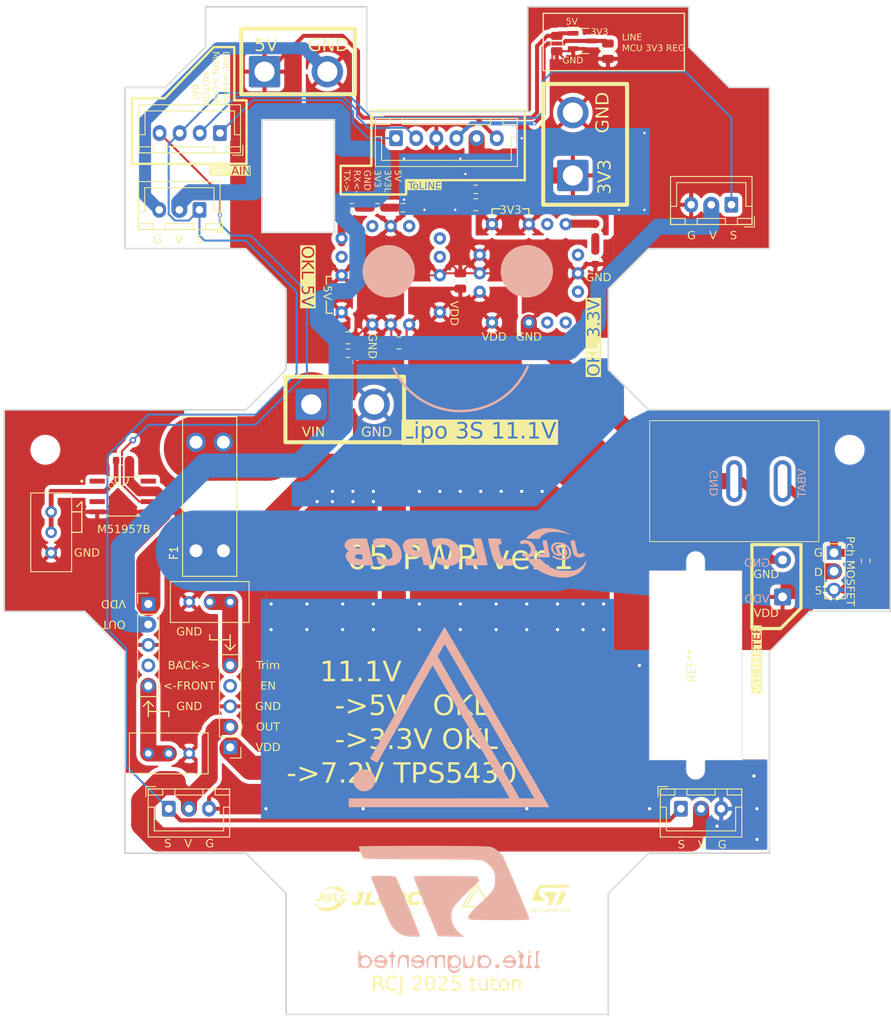
<source format=kicad_pcb>
(kicad_pcb (version 20221018) (generator pcbnew)
  (layers (0 "F.Cu" signal) (31 "B.Cu" signal) (34 "B.Paste" user) (35 "F.Paste" user) (36 "B.SilkS" user "B.Silkscreen") (37 "F.SilkS" user "F.Silkscreen") (38 "B.Mask" user) (39 "F.Mask" user) (44 "Edge.Cuts" user))
  (net 0 "")
  (net 1 "+5V")
  (net 2 "GND")
  (net 3 "+3V3")
  (net 4 "Net-(J1-Pin_1)")
  (net 5 "Net-(J3-Pin_2)")
  (net 6 "Net-(J5-Pin_2)")
  (net 7 "3V3_LED")
  (net 8 "Net-(Q1-G)")
  (net 9 "Net-(Q1-S)")
  (net 10 "Net-(U3-Trim)")
  (net 11 "Net-(R1-Pad2)")
  (net 12 "Net-(R2-Pad2)")
  (net 13 "Net-(U4-Trim)")
  (net 14 "Motor_SIG")
  (net 15 "Net-(R5-Pad2)")
  (net 16 "Net-(U5-IN)")
  (net 17 "Net-(U1-Trim)")
  (net 18 "Net-(U2-Trim)")
  (net 20 "VDD")
  (net 32 "UART3_TX")
  (net 33 "UART3_RX")
  (net 34 "Battery_obs")
  (footprint "MountingHole:MountingHole_3.2mm_M3" (layer "F.Cu") (at 276.305 78.66)
    (fp_text reference "REF**" hide)
    (fp_text value "MountingHole_3.2mm_M3" hide)
  )
  (footprint "Capacitor_SMD:C_0805_2012Metric" (layer "F.Cu") (at 239.93875 28.26 -90)
    (fp_text reference "C5" hide)
    (fp_text value "1u" hide)
  )
  (footprint "Capacitor_SMD:C_0805_2012Metric" (layer "F.Cu") (at 213.995 64.77)
    (fp_text reference "C2" hide)
    (fp_text value "10uF" hide)
  )
  (footprint "Potentiometer_THT:Potentiometer_Bourns_3296W_Vertical" (layer "F.Cu") (at 189.23 116.332 180)
    (fp_text reference "RV1" hide)
    (fp_text value "R_Trim")
  )
  (footprint "Connector_Wire:SolderWire-2sqmm_1x02_P7.8mm_D2mm_OD3.9mm" (layer "F.Cu") (at 209.46 73.025)
    (fp_text reference "J1" hide)
    (fp_text value "Battery")
  )
  (footprint "Connector_PinHeader_2.54mm:PinHeader_1x05_P2.54mm_Vertical" (layer "F.Cu") (at 189.23 97.79)
    (fp_text reference "U1" hide)
    (fp_text value "~")
  )
  (footprint "logo:jlcpcb_logo" (layer "F.Cu") (at 217.424 134.366)
    (fp_text reference "G***" hide)
    (fp_text value "LOGO" hide)
  )
  (footprint "logo:st_logo" (layer "F.Cu") (at 239.014 134.366)
    (fp_text reference "G***" hide)
    (fp_text value "LOGO" hide)
  )
  (footprint "Connector_PinHeader_2.54mm:PinHeader_1x05_P2.54mm_Vertical" (layer "F.Cu") (at 199.39 115.57 180)
    (fp_text reference "U2" hide)
    (fp_text value "~")
  )
  (footprint "Connector_JST:JST_XH_B3B-XH-A_1x03_P2.50mm_Vertical" (layer "F.Cu") (at 255.35 123.19)
    (fp_text reference "J6" hide)
    (fp_text value "STS3032" hide)
  )
  (footprint "MountingHole:MountingHole_3.2mm_M3" (layer "F.Cu") (at 241.38 143.59)
    (fp_text reference "REF**" hide)
    (fp_text value "MountingHole_3.2mm_M3" hide)
  )
  (footprint "Connector_JST:JST_XH_B6B-XH-A_1x06_P2.50mm_Vertical" (layer "F.Cu") (at 219.985 40.005)
    (fp_text reference "J7" hide)
    (fp_text value "ToLINE" hide)
  )
  (footprint "Connector_Wire:SolderWire-2sqmm_1x02_P7.8mm_D2mm_OD3.9mm" (layer "F.Cu") (at 241.935 44.63 90)
    (fp_text reference "J9" hide)
    (fp_text value "3V3 ToMAIN" hide)
  )
  (footprint "Connector_JST:JST_XH_B4B-XH-A_1x04_P2.50mm_Vertical" (layer "F.Cu") (at 198.12 39.37 180)
    (fp_text reference "J11" hide)
    (fp_text value "Conn_01x04" hide)
  )
  (footprint "Resistor_SMD:R_0603_1608Metric" (layer "F.Cu") (at 229.87 46.355 180)
    (fp_text reference "R8" hide)
    (fp_text value "1.2k" hide)
  )
  (footprint "Resistor_SMD:R_0603_1608Metric" (layer "F.Cu") (at 244.725 54.8 -90)
    (fp_text reference "R6" hide)
    (fp_text value "680" hide)
  )
  (footprint "Resistor_SMD:R_0603_1608Metric" (layer "F.Cu") (at 278.2875 92.46 90)
    (fp_text reference "R9" hide)
    (fp_text value "10k" hide)
  )
  (footprint "Capacitor_SMD:C_0805_2012Metric" (layer "F.Cu") (at 227.965 57.715 90)
    (fp_text reference "C3" hide)
    (fp_text value "22uF" hide)
  )
  (footprint "Resistor_SMD:R_0603_1608Metric" (layer "F.Cu") (at 217.67 48.625)
    (fp_text reference "R2" hide)
    (fp_text value "330" hide)
  )
  (footprint "Connector_JST:JST_XH_B3B-XH-A_1x03_P2.50mm_Vertical" (layer "F.Cu") (at 191.77 123.19)
    (fp_text reference "J5" hide)
    (fp_text value "STS3032")
  )
  (footprint "Resistor_SMD:R_0603_1608Metric" (layer "F.Cu") (at 220.845 48.625)
    (fp_text reference "R3" hide)
    (fp_text value "10" hide)
  )
  (footprint "Package_TO_SOT_SMD:SOT-23-3" (layer "F.Cu") (at 243.11375 27.94)
    (fp_text reference "U6" hide)
    (fp_text value "XC6206P332MR-G" hide)
  )
  (footprint "Capacitor_SMD:C_0805_2012Metric" (layer "F.Cu") (at 220.345 65.405 180)
    (fp_text reference "C1" hide)
    (fp_text value "22uF" hide)
  )
  (footprint "Resistor_SMD:R_0603_1608Metric" (layer "F.Cu") (at 214.495 48.625)
    (fp_text reference "R1" hide)
    (fp_text value "1k" hide)
  )
  (footprint "Potentiometer_THT:Potentiometer_Bourns_3296W_Vertical" (layer "F.Cu") (at 199.39 97.536)
    (fp_text reference "RV2" hide)
    (fp_text value "R_Trim")
  )
  (footprint "Connector_JST:JST_XH_B3B-XH-A_1x03_P2.50mm_Vertical" (layer "F.Cu") (at 261.62 48.26 180)
    (fp_text reference "J4" hide)
    (fp_text value "STS3032")
  )
  (footprint "Resistor_SMD:R_0603_1608Metric" (layer "F.Cu") (at 186.055 80.01 180)
    (fp_text reference "R7" hide)
    (fp_text value "10k" hide)
  )
  (footprint "Capacitor_SMD:C_0805_2012Metric" (layer "F.Cu") (at 246.28875 29.21 -90)
    (fp_text reference "C6" hide)
    (fp_text value "1u" hide)
  )
  (footprint "Resistor_SMD:R_0603_1608Metric" (layer "F.Cu") (at 213.995 66.675)
    (fp_text reference "R4" hide)
    (fp_text value "1.2k" hide)
  )
  (footprint "Capacitor_SMD:C_0805_2012Metric" (layer "F.Cu") (at 229.87 48.26 180)
    (fp_text reference "C4" hide)
    (fp_text value "10uF" hide)
  )
  (footprint "logo:tuton_logo_small" (layer "F.Cu") (at 229.87 133.858)
    (fp_text reference "G***" hide)
    (fp_text value "LOGO" hide)
  )
  (footprint "Potentiometer_THT:Potentiometer_Bourns_3296W_Vertical" (layer "F.Cu") (at 177.165 86.36 90)
    (fp_text reference "RV3" hide)
    (fp_text value "R_Trim" hide)
  )
  (footprint "Akiduki:OKL-T6-W12N-C" (layer "F.Cu") (at 219.325 57.015 180)
    (fp_text reference "U3")
    (fp_text value "~")
  )
  (footprint "Akiduki:OKL-T6-W12N-C" (layer "F.Cu") (at 236.47 56.765 90)
    (fp_text reference "U4")
    (fp_text value "~")
  )
  (footprint "MountingHole:MountingHole_3.2mm_M3" (layer "F.Cu") (at 211.375 143.59)
    (fp_text reference "REF**" hide)
    (fp_text value "MountingHole_3.2mm_M3" hide)
  )
  (footprint "Akiduki:Voltmeter" (layer "F.Cu") (at 257.175 105.41 90)
    (fp_text reference "REF**")
    (fp_text value "voltmeter")
    (fp_line (start -13 -1.15) (end -11.75 -1.15) (stroke (width 0.05)) (layer "Edge.Cuts"))
    (fp_line (start -11.75 -5.75) (end 11.75 -5.75) (stroke (width 0.05)) (layer "Edge.Cuts"))
    (fp_line (start -11.75 -1.15) (end -11.75 -5.75) (stroke (width 0.05)) (layer "Edge.Cuts"))
    (fp_line (start -11.75 1.15) (end -13 1.15) (stroke (width 0.05)) (layer "Edge.Cuts"))
    (fp_line (start -11.75 5.75) (end -11.75 1.15) (stroke (width 0.05)) (layer "Edge.Cuts"))
    (fp_line (start 11.75 -5.75) (end 11.75 -1.15) (stroke (width 0.05)) (layer "Edge.Cuts"))
    (fp_line (start 11.75 -1.15) (end 13 -1.15) (stroke (width 0.05)) (layer "Edge.Cuts"))
    (fp_line (start 11.75 1.15) (end 11.75 5.75) (stroke (width 0.05)) (layer "Edge.Cuts"))
    (fp_line (start 11.75 5.75) (end -11.75 5.75) (stroke (width 0.05)) (layer "Edge.Cuts"))
    (fp_line (start 13 1.15) (end 11.75 1.15) (stroke (width 0.05)) (layer "Edge.Cuts"))
    (fp_arc (start -13 1.15) (mid -14.15 0) (end -13 -1.15) (stroke (width 0.05)) (layer "Edge.Cuts"))
    (fp_arc (start 13 -1.15) (mid 14.15 0) (end 13 1.15) (stroke (width 0.05)) (layer "Edge.Cuts"))
  )
  (footprint "MountingHole:MountingHole_3.2mm_M3" (layer "F.Cu") (at 176.45 78.66)
    (fp_text reference "REF**" hide)
    (fp_text value "MountingHole_3.2mm_M3" hide)
  )
  (footprint "Akiduki:DS-850K-S-ON" (layer "F.Cu") (at 261.97 82.55)
    (fp_text reference "SW1" hide)
    (fp_text value "SW_SPST")
  )
  (footprint "Resistor_SMD:R_0603_1608Metric" (layer "F.Cu") (at 244.725 51.435 -90)
    (fp_text reference "R5" hide)
    (fp_text value "1.5k" hide)
  )
  (footprint "Connector_Wire:SolderWire-2sqmm_1x02_P7.8mm_D2mm_OD3.9mm" (layer "F.Cu") (at 203.655 31.75)
    (fp_text reference "J10" hide)
    (fp_text value "5V ToMAIN" hide)
  )
  (footprint "Connector_JST:JST_XH_B3B-XH-A_1x03_P2.50mm_Vertical" (layer "F.Cu") (at 195.58 48.895 180)
    (fp_text reference "J3" hide)
    (fp_text value "STS3032" hide)
  )
  (footprint "Package_TO_SOT_THT:TO-251-3_Vertical" (layer "F.Cu") (at 274.3575 91.44 -90)
    (fp_text reference "Q1" hide)
    (fp_text value "Q_PMOS_GDS" hide)
  )
  (footprint "Akiduki:M51957B" (layer "F.Cu") (at 186.055 84.455)
    (fp_text reference "U5" hide)
    (fp_text value "~" hide)
  )
  (footprint "Connector_Wire:SolderWire-0.5sqmm_1x02_P4.6mm_D0.9mm_OD2.1mm" (layer "F.Cu") (at 267.97 96.915 90)
    (fp_text reference "J2" hide)
    (fp_text value "VOLTMETER" hide)
  )
  (footprint "Akiduki:FUSE_3557-15" (layer "F.Cu") (at 196.85 84.455 90)
    (fp_text reference "F1")
    (fp_text value "Fuse")
  )
  (footprint "logo:tuton_logo_big" (layer "B.Cu") (at 226.568 111.76 180)
    (fp_text reference "G***" hide)
    (fp_text value "LOGO" hide)
  )
  (footprint "logo:st_logo_big" (layer "B.Cu") (at 226.568 135.636 180)
    (fp_text reference "G***" hide)
    (fp_text value "LOGO" hide)
  )
  (footprint "logo:jlcpcb_logo_big" (layer "B.Cu") (at 228.6 91.44 180)
    (fp_text reference "G***" hide)
    (fp_text value "LOGO" hide)
  )
  (gr_arc (start 236.321697 68.351442) (mid 228.090081 73.860956) (end 219.71 68.58) (stroke (width 0.3)) (layer "B.SilkS"))
  (gr_circle (center 219.075 56.515) (end 222.25 56.515) (stroke (width 0.15)) (fill solid) (layer "B.SilkS"))
  (gr_circle (center 236.22 56.515) (end 239.395 56.515) (stroke (width 0.15)) (fill solid) (layer "B.SilkS"))
  (gr_line (start 235.712 48.768) (end 236.474 48.768) (stroke (width 0.15)) (layer "F.SilkS"))
  (gr_line (start 232.918 48.768) (end 231.902 48.768) (stroke (width 0.15)) (layer "F.SilkS"))
  (gr_line (start 189.23 111.125) (end 189.23 111.76) (stroke (width 0.15)) (layer "F.SilkS"))
  (gr_rect (start 238.252 33.274) (end 248.666 48.26) (stroke (width 0.5)) (fill none) (layer "F.SilkS"))
  (gr_line (start 189.23 109.855) (end 189.865 110.49) (stroke (width 0.15)) (layer "F.SilkS"))
  (gr_line (start 179.705 86.36) (end 180.975 86.36) (stroke (width 0.15)) (layer "F.SilkS"))
  (gr_arc (start 186.69 82.042) (mid 185.928 83.099219) (end 185.166 82.042) (stroke (width 0.15)) (layer "F.SilkS"))
  (gr_line (start 180.975 85.09) (end 180.34 85.725) (stroke (width 0.15)) (layer "F.SilkS"))
  (gr_line (start 180.975 88.9) (end 180.975 85.09) (stroke (width 0.15)) (layer "F.SilkS"))
  (gr_line (start 189.23 109.855) (end 188.595 110.49) (stroke (width 0.15)) (layer "F.SilkS"))
  (gr_poly (pts (xy 216.916 36.576) (xy 216.916 43.434) (xy 213.106 43.434) (xy 213.106 46.99) (xy 221.234 46.99) (xy 221.234 45.212) (xy 235.966 45.212) (xy 235.966 36.576)) (stroke (width 0.3)) (fill none) (layer "F.SilkS"))
  (gr_rect (start 238.252 24.511) (end 255.778 31.623) (stroke (width 0.15)) (fill none) (layer "F.SilkS"))
  (gr_rect (start 200.7743 26.416) (end 214.884 34.544) (stroke (width 0.5)) (fill none) (layer "F.SilkS"))
  (gr_line (start 189.23 111.125) (end 189.23 109.855) (stroke (width 0.15)) (layer "F.SilkS"))
  (gr_line (start 211.328 60.198) (end 211.328 61.722) (stroke (width 0.15)) (layer "F.SilkS"))
  (gr_line (start 212.09 57.15) (end 211.328 57.15) (stroke (width 0.15)) (layer "F.SilkS"))
  (gr_line (start 211.328 61.722) (end 212.09 61.722) (stroke (width 0.15)) (layer "F.SilkS"))
  (gr_rect (start 206.248 69.596) (end 220.98 77.724) (stroke (width 0.5)) (fill none) (layer "F.SilkS"))
  (gr_line (start 191.77 111.125) (end 189.23 111.125) (stroke (width 0.15)) (layer "F.SilkS"))
  (gr_line (start 196.85 102.235) (end 199.39 102.235) (stroke (width 0.15)) (layer "F.SilkS"))
  (gr_poly (pts (xy 270.256 90.424) (xy 264.16 90.424) (xy 264.16 100.838) (xy 267.716 100.838) (xy 270.256 98.298)) (stroke (width 0.4)) (fill none) (layer "F.SilkS"))
  (gr_circle (center 184.658 83.058) (end 184.912 83.312) (stroke (width 0.1)) (fill none) (layer "F.SilkS"))
  (gr_line (start 211.328 57.15) (end 211.328 58.166) (stroke (width 0.15)) (layer "F.SilkS"))
  (gr_line (start 199.39 102.235) (end 199.39 103.505) (stroke (width 0.15)) (layer "F.SilkS"))
  (gr_line (start 199.39 103.505) (end 200.025 102.87) (stroke (width 0.15)) (layer "F.SilkS"))
  (gr_line (start 199.39 102.235) (end 199.39 101.6) (stroke (width 0.15)) (layer "F.SilkS"))
  (gr_line (start 191.77 111.125) (end 191.77 111.76) (stroke (width 0.15)) (layer "F.SilkS"))
  (gr_poly (pts (xy 199.898 28.702) (xy 199.898 35.306) (xy 201.422 35.306) (xy 201.422 43.18) (xy 187.198 43.18) (xy 187.198 35.052) (xy 191.262 35.052) (xy 197.358 28.702)) (stroke (width 0.3)) (fill none) (layer "F.SilkS"))
  (gr_line (start 199.39 103.505) (end 198.755 102.87) (stroke (width 0.15)) (layer "F.SilkS"))
  (gr_line (start 231.902 48.768) (end 231.902 49.53) (stroke (width 0.15)) (layer "F.SilkS"))
  (gr_line (start 179.705 88.9) (end 180.975 88.9) (stroke (width 0.15)) (layer "F.SilkS"))
  (gr_line (start 236.474 48.768) (end 236.474 49.53) (stroke (width 0.15)) (layer "F.SilkS"))
  (gr_line (start 196.85 102.235) (end 196.85 101.6) (stroke (width 0.15)) (layer "F.SilkS"))
  (gr_line (start 256.335 28.704998) (end 256.335 23.704999) (stroke (width 0.2)) (layer "Edge.Cuts"))
  (gr_line (start 196.335 23.704999) (end 196.335 28.704998) (stroke (width 0.2)) (layer "Edge.Cuts"))
  (gr_line (start 171.335 98.704999) (end 181.335 98.704999) (stroke (width 0.2)) (layer "Edge.Cuts"))
  (gr_line (start 201.335 53.704999) (end 206.335 58.704999) (stroke (width 0.2)) (layer "Edge.Cuts"))
  (gr_line (start 216.335 36.704999) (end 216.335 23.704999) (stroke (width 0.2)) (layer "Edge.Cuts"))
  (gr_line (start 236.335 23.704999) (end 236.335 36.704999) (stroke (width 0.2)) (layer "Edge.Cuts"))
  (gr_line (start 266.335 53.704999) (end 266.335 33.704999) (stroke (width 0.2)) (layer "Edge.Cuts"))
  (gr_line (start 246.335 68.704999) (end 246.335 58.704999) (stroke (width 0.2)) (layer "Edge.Cuts"))
  (gr_line (start 201.335 73.704999) (end 171.335 73.704999) (stroke (width 0.2)) (layer "Edge.Cuts"))
  (gr_line (start 196.335 28.704998) (end 191.334999 33.704998) (stroke (width 0.2)) (layer "Edge.Cuts"))
  (gr_line (start 206.335 68.704999) (end 201.335 73.704999) (stroke (width 0.2)) (layer "Edge.Cuts"))
  (gr_line (start 266.335 128.704999) (end 266.335 103.704999) (stroke (width 0.2)) (layer "Edge.Cuts"))
  (gr_line (start 206.335 133.704999) (end 206.335 148.704999) (stroke (width 0.2)) (layer "Edge.Cuts"))
  (gr_line (start 236.335 36.704999) (end 216.335 36.704999) (stroke (width 0.2)) (layer "Edge.Cuts"))
  (gr_line (start 266.335 103.704999) (end 271.335 98.704999) (stroke (width 0.2)) (layer "Edge.Cuts"))
  (gr_line (start 186.335 128.705) (end 201.335 128.705) (stroke (width 0.2)) (layer "Edge.Cuts"))
  (gr_line (start 212.335 51.704999) (end 203.335 51.704999) (stroke (width 0.2)) (layer "Edge.Cuts"))
  (gr_line (start 206.335 148.704999) (end 246.335 148.704999) (stroke (width 0.2)) (layer "Edge.Cuts"))
  (gr_line (start 171.335 73.704999) (end 171.335 98.704999) (stroke (width 0.2)) (layer "Edge.Cuts"))
  (gr_line (start 216.335 23.704999) (end 196.335 23.704999) (stroke (width 0.2)) (layer "Edge.Cuts"))
  (gr_line (start 281.335 98.704999) (end 281.335 73.704999) (stroke (width 0.2)) (layer "Edge.Cuts"))
  (gr_line (start 246.335 148.704999) (end 246.335 133.704999) (stroke (width 0.2)) (layer "Edge.Cuts"))
  (gr_line (start 186.334999 53.704999) (end 201.335 53.704999) (stroke (width 0.2)) (layer "Edge.Cuts"))
  (gr_line (start 266.335 33.704999) (end 261.335 33.704999) (stroke (width 0.2)) (layer "Edge.Cuts"))
  (gr_line (start 256.335 23.704999) (end 236.335 23.704999) (stroke (width 0.2)) (layer "Edge.Cuts"))
  (gr_line (start 186.335 103.704999) (end 186.335 128.705) (stroke (width 0.2)) (layer "Edge.Cuts"))
  (gr_line (start 246.335 133.704999) (end 251.335 128.704999) (stroke (width 0.2)) (layer "Edge.Cuts"))
  (gr_line (start 201.335 128.705) (end 206.335 133.704999) (stroke (width 0.2)) (layer "Edge.Cuts"))
  (gr_line (start 203.335 51.704999) (end 203.335 37.704998) (stroke (width 0.2)) (layer "Edge.Cuts"))
  (gr_line (start 251.335 53.704999) (end 266.335 53.704999) (stroke (width 0.2)) (layer "Edge.Cuts"))
  (gr_line (start 261.335 33.704999) (end 256.335 28.704998) (stroke (width 0.2)) (layer "Edge.Cuts"))
  (gr_line (start 212.335 37.704998) (end 212.335 51.704999) (stroke (width 0.2)) (layer "Edge.Cuts"))
  (gr_line (start 281.335 73.704999) (end 251.335 73.704999) (stroke (width 0.2)) (layer "Edge.Cuts"))
  (gr_line (start 203.335 37.704998) (end 212.335 37.704998) (stroke (width 0.2)) (layer "Edge.Cuts"))
  (gr_line (start 246.335 58.704999) (end 251.335 53.704999) (stroke (width 0.2)) (layer "Edge.Cuts"))
  (gr_line (start 251.335 128.704999) (end 266.335 128.704999) (stroke (width 0.2)) (layer "Edge.Cuts"))
  (gr_line (start 271.335 98.704999) (end 281.335 98.704999) (stroke (width 0.2)) (layer "Edge.Cuts"))
  (gr_line (start 181.335 98.704999) (end 186.335 103.704999) (stroke (width 0.2)) (layer "Edge.Cuts"))
  (gr_line (start 191.334999 33.704998) (end 186.335 33.704999) (stroke (width 0.2)) (layer "Edge.Cuts"))
  (gr_line (start 251.335 73.704999) (end 246.335 68.704999) (stroke (width 0.2)) (layer "Edge.Cuts"))
  (gr_line (start 206.335 58.704999) (end 206.335 68.704999) (stroke (width 0.2)) (layer "Edge.Cuts"))
  (gr_line (start 186.335 33.704999) (end 186.334999 53.704999) (stroke (width 0.2)) (layer "Edge.Cuts"))
  (gr_text "VBAT" (at 271.018 82.804 90) (layer "B.SilkS") (effects (font (size 1 1)) (justify bottom mirror)))
  (gr_text "VDD" (at 264.795 97.79) (layer "B.SilkS") (effects (font (size 1 1)) (justify bottom mirror)))
  (gr_text "GND" (at 264.795 93.345) (layer "B.SilkS") (effects (font (size 1 1)) (justify bottom mirror)))
  (gr_text "GND" (at 260.096 82.804 -270) (layer "B.SilkS") (effects (font (size 1 1)) (justify bottom mirror)))
  (gr_text "GND\n" (at 194.31 101.854) (layer "F.SilkS") (effects (font (size 1 1)) (justify bottom)))
  (gr_text "RX<-" (at 214.63 43.942 270) (layer "F.SilkS") (effects (font (size 0.8 0.8)) (justify left bottom)))
  (gr_text "3V3" (at 234.188 49.53) (layer "F.SilkS") (effects (font (size 1 1)) (justify bottom)))
  (gr_text "Pch MOSFET" (at 275.7475 93.73 270) (layer "F.SilkS") (effects (font (size 1 1)) (justify bottom)))
  (gr_text "LINE \nMCU 3V3 REG" (at 248.031 29.337) (layer "F.SilkS") (effects (font (size 0.8 0.8)) (justify left bottom)))
  (gr_text "OKL 5V" (at 208.026 57.15 270) (layer "F.SilkS" knockout) (effects (font (size 1.5 1.5)) (justify bottom)))
  (gr_text "VOLTMETER" (at 265.43 104.648 90) (layer "F.SilkS" knockout) (effects (font (size 1 1)) (justify bottom)))
  (gr_text "<-FRONT" (at 194.31 108.585) (layer "F.SilkS") (effects (font (size 1 1)) (justify bottom)))
  (gr_text "GND\n" (at 194.31 111.125) (layer "F.SilkS") (effects (font (size 1 1)) (justify bottom)))
  (gr_text "GND" (at 215.9 43.942 270) (layer "F.SilkS") (effects (font (size 0.8 0.8)) (justify left bottom)))
  (gr_text "5V\n" (at 241.808 26.035) (layer "F.SilkS") (effects (font (size 0.8 0.8)) (justify bottom)))
  (gr_text "VDD" (at 184.912 97.155 180) (layer "F.SilkS") (effects (font (size 1 1)) (justify bottom)))
  (gr_text "OUT" (at 184.912 99.695 180) (layer "F.SilkS") (effects (font (size 1 1)) (justify bottom)))
  (gr_text "V" (at 257.937 128.27) (layer "F.SilkS") (effects (font (size 1 1)) (justify bottom)))
  (gr_text "G" (at 190.373 53.213) (layer "F.SilkS") (effects (font (size 1 1)) (justify bottom)))
  (gr_text "VDD" (at 232.156 65.278) (layer "F.SilkS") (effects (font (size 1 1)) (justify bottom)))
  (gr_text "GND" (at 215.646 77.216) (layer "F.SilkS") (effects (font (size 1.2 1.2)) (justify left bottom)))
  (gr_text "GND\n" (at 211.582 29.464) (layer "F.SilkS") (effects (font (size 1.6 1.6)) (justify bottom)))
  (gr_text "GND\n" (at 181.61 92.075) (layer "F.SilkS") (effects (font (size 1 1)) (justify bottom)))
  (gr_text "OUT" (at 204.089 113.665) (layer "F.SilkS") (effects (font (size 1 1)) (justify bottom)))
  (gr_text "G" (at 196.85 128.143) (layer "F.SilkS") (effects (font (size 1 1)) (justify bottom)))
  (gr_text "GND" (at 265.938 94.742) (layer "F.SilkS") (effects (font (size 1 1)) (justify bottom)))
  (gr_text "5V " (at 204.216 29.464) (layer "F.SilkS") (effects (font (size 1.6 1.6)) (justify bottom)))
  (gr_text "3V3L" (at 218.44 43.942 270) (layer "F.SilkS") (effects (font (size 0.8 0.8)) (justify left bottom)))
  (gr_text "S" (at 191.643 128.143) (layer "F.SilkS") (effects (font (size 1 1)) (justify bottom)))
  (gr_text "M51957B" (at 186.182 89.154) (layer "F.SilkS") (effects (font (size 1 1)) (justify bottom)))
  (gr_text "VIN" (at 208.28 77.216) (layer "F.SilkS") (effects (font (size 1.2 1.2)) (justify left bottom)))
  (gr_text "TX->" (at 213.36 43.942 -90) (layer "F.SilkS") (effects (font (size 0.8 0.8)) (justify left bottom)))
  (gr_text "EN\n" (at 204.089 108.585) (layer "F.SilkS") (effects (font (size 1 1)) (justify bottom)))
  (gr_text "V" (at 194.183 128.143) (layer "F.SilkS") (effects (font (size 1 1)) (justify bottom)))
  (gr_text "V" (at 259.334 52.705) (layer "F.SilkS") (effects (font (size 1 1)) (justify bottom)))
  (gr_text "11.1V \n	  ->5V   OKL\n	  ->3.3V OKL\n	  ->7.2V TPS5430" (at 216.154 120.396) (layer "F.SilkS") (effects (font (size 2.5 2.5)) (justify bottom)))
  (gr_text "G" (at 260.477 128.27) (layer "F.SilkS") (effects (font (size 1 1)) (justify bottom)))
  (gr_text "BACK->" (at 194.31 106.045) (layer "F.SilkS") (effects (font (size 1 1)) (justify bottom)))
  (gr_text "G" (at 256.667 52.705) (layer "F.SilkS") (effects (font (size 1 1)) (justify bottom)))
  (gr_text "GND" (at 241.935 30.861) (layer "F.SilkS") (effects (font (size 0.8 0.8)) (justify bottom)))
  (gr_text "3V3" (at 245.237 27.305) (layer "F.SilkS") (effects (font (size 0.8 0.8)) (justify bottom)))
  (gr_text "OKL 3.3V" (at 245.491 64.77 90) (layer "F.SilkS" knockout) (effects (font (size 1.5 1.5)) (justify bottom)))
  (gr_text "5V" (at 210.82 59.182 270) (layer "F.SilkS") (effects (font (size 1 1)) (justify bottom)))
  (gr_text "G" (at 272.415 92.075) (layer "F.SilkS") (effects (font (size 1 1)) (justify bottom)))
  (gr_text "GND\n" (at 236.474 65.278) (layer "F.SilkS") (effects (font (size 1 1)) (justify bottom)))
  (gr_text "S" (at 272.415 96.774) (layer "F.SilkS") (effects (font (size 1 1)) (justify bottom)))
  (gr_text "S" (at 255.397 128.27) (layer "F.SilkS") (effects (font (size 1 1)) (justify bottom)))
  (gr_text "3V3" (at 217.17 43.942 270) (layer "F.SilkS") (effects (font (size 0.8 0.8)) (justify left bottom)))
  (gr_text "VDD" (at 226.568 61.722 270) (layer "F.SilkS") (effects (font (size 1 1)) (justify bottom)))
  (gr_text "LINE->MAIN" (at 198.374 29.21 270) (layer "F.SilkS") (effects (font (size 0.8 0.8)) (justify left bottom)))
  (gr_text "S" (at 195.58 53.213) (layer "F.SilkS") (effects (font (size 1 1)) (justify bottom)))
  (gr_text "GND\n" (at 245.11 57.912) (layer "F.SilkS") (effects (font (size 1 1)) (justify bottom)))
  (gr_text "Lipo 3S 11.1V" (at 230.251 77.597) (layer "F.SilkS" knockout) (effects (font (size 2 2)) (justify bottom)))
  (gr_text "S" (at 261.874 52.705) (layer "F.SilkS") (effects (font (size 1 1)) (justify bottom)))
  (gr_text "3V3 " (at 246.888 44.45 90) (layer "F.SilkS") (effects (font (size 1.6 1.6)) (justify bottom)))
  (gr_text "GND\n" (at 204.089 111.125) (layer "F.SilkS") (effects (font (size 1 1)) (justify bottom)))
  (gr_text "05-PWR ver.1" (at 227.965 93.98) (layer "F.SilkS") (effects (font (size 3 3)) (justify bottom)))
  (gr_text "V" (at 193.04 53.213) (layer "F.SilkS") (effects (font (size 1 1)) (justify bottom)))
  (gr_text "MAIN->LINE" (at 197.104 29.21 270) (layer "F.SilkS") (effects (font (size 0.8 0.8)) (justify left bottom)))
  (gr_text "VDD" (at 265.938 99.568) (layer "F.SilkS") (effects (font (size 1 1)) (justify bottom)))
  (gr_text "5V" (at 219.71 43.942 -90) (layer "F.SilkS") (effects (font (size 0.8 0.8)) (justify left bottom)))
  (gr_text "Trim" (at 204.089 106.045) (layer "F.SilkS") (effects (font (size 1 1)) (justify bottom)))
  (gr_text "ToLINE" (at 221.488 46.482) (layer "F.SilkS" knockout) (effects (font (size 0.9 0.9)) (justify left bottom)))
  (gr_text "VDD" (at 204.089 116.205) (layer "F.SilkS") (effects (font (size 1 1)) (justify bottom)))
  (gr_text "BAT" (at 194.564 33.274 270) (layer "F.SilkS") (effects (font (size 0.8 0.8)) (justify left bottom)))
  (gr_text "RCJ 2025 tuton" (at 226.314 146.05) (layer "F.SilkS") (effects (font (size 1.8 1.8)) (justify bottom)))
  (gr_text "GND" (at 246.634 36.83 90) (layer "F.SilkS") (effects (font (size 1.6 1.6)) (justify bottom)))
  (gr_text "MOTOR" (at 195.834 31.75 270) (layer "F.SilkS") (effects (font (size 0.8 0.8)) (justify left bottom)))
  (gr_text "ToMAIN" (at 196.85 44.704) (layer "F.SilkS" knockout) (effects (font (size 1 1)) (justify left bottom)))
  (gr_text "GND\n" (at 216.408 65.786 270) (layer "F.SilkS") (effects (font (size 1 1)) (justify bottom)))
  (gr_text "D" (at 272.415 94.488) (layer "F.SilkS") (effects (font (size 1 1)) (justify bottom)))
  (segment (start 208.5075 27.305) (end 204.0625 31.75) (width 0.5) (layer "F.Cu") (net 1))
  (segment (start 240.25875 26.99) (end 239.93875 27.31) (width 0.5) (layer "F.Cu") (net 1))
  (segment (start 238.76 27.305) (end 237.49 28.575) (width 0.5) (layer "F.Cu") (net 1))
  (segment (start 232.485 40.005) (end 229.945 37.465) (width 0.5) (layer "F.Cu") (net 1))
  (segment (start 228.835 37.465) (end 215.9 37.465) (width 0.5) (layer "F.Cu") (net 1))
  (segment (start 239.93875 27.31) (end 238.765 27.31) (width 0.5) (layer "F.Cu") (net 1))
  (segment (start 229.945 37.465) (end 228.835 37.465) (width 0.5) (layer "F.Cu") (net 1))
  (segment (start 236.855 37.465) (end 228.835 37.465) (width 0.5) (layer "F.Cu") (net 1))
  (segment (start 215.265 36.83) (end 215.265 29.21) (width 0.5) (layer "F.Cu") (net 1))
  (segment (start 215.265 29.21) (end 213.36 27.305) (width 0.5) (layer "F.Cu") (net 1))
  (segment (start 237.49 36.83) (end 236.855 37.465) (width 0.5) (layer "F.Cu") (net 1))
  (segment (start 241.97625 26.99) (end 240.25875 26.99) (width 0.5) (layer "F.Cu") (net 1))
  (segment (start 213.36 27.305) (end 208.5075 27.305) (width 0.5) (layer "F.Cu") (net 1))
  (segment (start 238.765 27.31) (end 238.76 27.305) (width 0.5) (layer "F.Cu") (net 1))
  (segment (start 204.0625 31.75) (end 203.655 31.75) (width 0.5) (layer "F.Cu") (net 1))
  (segment (start 237.49 28.575) (end 237.49 36.83) (width 0.5) (layer "F.Cu") (net 1))
  (segment (start 215.9 37.465) (end 215.265 36.83) (width 0.5) (layer "F.Cu") (net 1))
  (segment (start 230.37 56.765) (end 232.025 56.765) (width 0.25) (layer "F.Cu") (net 2))
  (segment (start 236.47 62.865) (end 236.47 63.94263) (width 2) (layer "F.Cu") (net 2))
  (segment (start 232.025 56.765) (end 232.41 57.15) (width 0.25) (layer "F.Cu") (net 2))
  (segment (start 219.395 65.405) (end 219.395 63.185) (width 0.25) (layer "F.Cu") (net 2))
  (segment (start 261.97 82.55) (end 262.89 82.55) (width 1) (layer "F.Cu") (net 2))
  (segment (start 239.93875 29.21) (end 241.20875 30.48) (width 0.25) (layer "F.Cu") (net 2))
  (segment (start 266.065 85.725) (end 266.065 91.68) (width 1) (layer "F.Cu") (net 2))
  (segment (start 216.6 63.115) (end 217.035 63.115) (width 0.25) (layer "F.Cu") (net 2))
  (segment (start 227.965 56.765) (end 227.08 55.88) (width 0.25) (layer "F.Cu") (net 2))
  (segment (start 214.945 64.77) (end 214.945 62.55) (width 0.25) (layer "F.Cu") (net 2))
  (segment (start 255.07737 82.55) (end 261.97 82.55) (width 2) (layer "F.Cu") (net 2))
  (segment (start 241.65625 29.21) (end 241.97625 28.89) (width 0.25) (layer "F.Cu") (net 2))
  (segment (start 225.425 57.015) (end 223.655 57.015) (width 0.25) (layer "F.Cu") (net 2))
  (segment (start 236.47 63.94263) (end 255.07737 82.55) (width 2) (layer "F.Cu") (net 2))
  (segment (start 227.965 56.765) (end 230.37 56.765) (width 0.25) (layer "F.Cu") (net 2))
  (segment (start 214.82 66.675) (end 214.82 68.135) (width 0.25) (layer "F.Cu") (net 2))
  (segment (start 239.395 29.75375) (end 239.395 30.48) (width 0.25) (layer "F.Cu") (net 2))
  (segment (start 227.965 56.765) (end 225.675 56.765) (width 0.25) (layer "F.Cu") (net 2))
  (segment (start 239.93875 29.21) (end 241.65625 29.21) (width 0.25) (layer "F.Cu") (net 2))
  (segment (start 219.395 63.185) (end 219.325 63.115) (width 0.25) (layer "F.Cu") (net 2))
  (segment (start 266.065 91.68) (end 266.7 92.315) (width 1) (layer "F.Cu") (net 2))
  (segment (start 219.395 65.405) (end 220.345 64.455) (width 0.25) (layer "F.Cu") (net 2))
  (segment (start 214.945 64.77) (end 216.6 63.115) (width 0.25) (layer "F.Cu") (net 2))
  (segment (start 241.20875 30.48) (end 241.3 30.48) (width 0.25) (layer "F.Cu") (net 2))
  (segment (start 227.965 56.765) (end 228.85 55.88) (width 0.25) (layer "F.Cu") (net 2))
  (segment (start 214.945 62.55) (end 215.9 61.595) (width 0.25) (layer "F.Cu") (net 2))
  (segment (start 239.93875 29.21) (end 239.395 29.75375) (width 0.25) (layer "F.Cu") (net 2))
  (segment (start 262.89 82.55) (end 266.065 85.725) (width 1) (layer "F.Cu") (net 2))
  (segment (start 225.675 56.765) (end 225.425 57.015) (width 0.25) (layer "F.Cu") (net 2))
  (segment (start 266.7 92.315) (end 267.97 92.315) (width 1) (layer "F.Cu") (net 2))
  (segment (start 223.655 57.015) (end 223.52 57.15) (width 0.25) (layer "F.Cu") (net 2))
  (segment (start 228.85 55.88) (end 229.235 55.88) (width 0.25) (layer "F.Cu") (net 2))
  (segment (start 214.82 68.135) (end 215.265 68.58) (width 0.25) (layer "F.Cu") (net 2))
  (via (at 240.03 100.965) (size 0.8) (drill 0.4) (layers "F.Cu" "B.Cu") (net 2))
  (via (at 215.9 123.19) (size 0.8) (drill 0.4) (layers "F.Cu" "B.Cu") (net 2))
  (via (at 235.585 83.82) (size 0.8) (drill 0.4) (layers "F.Cu" "B.Cu") (net 2))
  (via (at 264.795 123.19) (size 0.8) (drill 0.4) (layers "F.Cu" "B.Cu") (net 2))
  (via (at 214.63 83.82) (size 0.8) (drill 0.4) (layers "F.Cu" "B.Cu") (net 2))
  (via (at 250.825 48.895) (size 0.5) (drill 0.3) (layers "F.Cu" "B.Cu") (net 2))
  (via (at 264.795 127) (size 0.8) (drill 0.4) (layers "F.Cu" "B.Cu") (net 2))
  (via (at 228.6 44.45) (size 0.5) (drill 0.3) (layers "F.Cu" "B.Cu") (net 2))
  (via (at 227.965 100.965) (size 0.8) (drill 0.4) (layers "F.Cu" "B.Cu") (net 2))
  (via (at 250.19 105.41) (size 0.8) (drill 0.4) (layers "F.Cu" "B.Cu") (net 2))
  (via (at 213.36 100.965) (size 0.8) (drill 0.4) (layers "F.Cu" "B.Cu") (net 2))
  (via (at 232.41 100.965) (size 0.8) (drill 0.4) (layers "F.Cu" "B.Cu") (net 2))
  (via (at 247.65 48.895) (size 0.5) (drill 0.3) (layers "F.Cu" "B.Cu") (net 2))
  (via (at 217.17 97.79) (size 0.8) (drill 0.4) (layers "F.Cu" "B.Cu") (net 2))
  (via (at 230.505 83.82) (size 0.8) (drill 0.4) (layers "F.Cu" "B.Cu") (net 2))
  (via (at 264.414 119.126) (size 0.8) (drill 0.4) (layers "F.Cu" "B.Cu") (net 2))
  (via (at 245.745 97.79) (size 0.8) (drill 0.4) (layers "F.Cu" "B.Cu") (net 2))
  (via (at 225.425 83.82) (size 0.8) (drill 0.4) (layers "F.Cu" "B.Cu") (net 2))
  (via (at 222.885 97.79) (size 0.8) (drill 0.4) (layers "F.Cu" "B.Cu") (net 2))
  (via (at 217.17 83.82) (size 0.8) (drill 0.4) (layers "F.Cu" "B.Cu") (net 2))
  (via (at 220.98 42.545) (size 0.5) (drill 0.3) (layers "F.Cu" "B.Cu") (net 2))
  (via (at 217.17 85.09) (size 0.8) (drill 0.4) (layers "F.Cu" "B.Cu") (net 2))
  (via (at 227.965 97.79) (size 0.8) (drill 0.4) (layers "F.Cu" "B.Cu") (net 2))
  (via (at 235.585 40.005) (size 0.5) (drill 0.3) (layers "F.Cu" "B.Cu") (net 2))
  (via (at 227.965 83.82) (size 0.8) (drill 0.4) (layers "F.Cu" "B.Cu") (net 2))
  (via (at 243.205 100.965) (size 0.8) (drill 0.4) (layers "F.Cu" "B.Cu") (net 2))
  (via (at 243.205 97.79) (size 0.8) (drill 0.4) (layers "F.Cu" "B.Cu") (net 2))
  (via (at 251.46 123.19) (size 0.8) (drill 0.4) (layers "F.Cu" "B.Cu") (net 2))
  (via (at 236.22 100.965) (size 0.8) (drill 0.4) (layers "F.Cu" "B.Cu") (net 2))
  (via (at 236.22 123.19) (size 0.8) (drill 0.4) (layers "F.Cu" "B.Cu") (net 2))
  (via (at 217.17 100.965) (size 0.8) (drill 0.4) (layers "F.Cu" "B.Cu") (net 2))
  (via (at 213.36 97.79) (size 0.8) (drill 0.4) (layers "F.Cu" "B.Cu") (net 2))
  (via (at 259.842 125.349) (size 0.8) (drill 0.4) (layers "F.Cu" "B.Cu") (net 2))
  (via (at 232.41 97.79) (size 0.8) (drill 0.4) (layers "F.Cu" "B.Cu") (net 2))
  (via (at 208.915 97.79) (size 0.8) (drill 0.4) (layers "F.Cu" "B.Cu") (net 2))
  (via (at 227.33 48.895) (size 0.5) (drill 0.3) (layers "F.Cu" "B.Cu") (net 2))
  (via (at 203.835 123.19) (size 0.8) (drill 0.4) (layers "F.Cu" "B.Cu") (net 2))
  (via (at 210.185 85.09) (size 0.8) (drill 0.4) (layers "F.Cu" "B.Cu") (net 2))
  (via (at 212.09 85.09) (size 0.8) (drill 0.4) (layers "F.Cu" "B.Cu") (net 2))
  (via (at 222.885 100.965) (size 0.8) (drill 0.4) (layers "F.Cu" "B.Cu") (net 2))
  (via (at 250.825 39.37) (size 0.5) (drill 0.3) (layers "F.Cu" "B.Cu") (net 2))
  (via (at 204.47 100.965) (size 0.8) (drill 0.4) (layers "F.Cu" "B.Cu") (net 2))
  (via (at 220.98 47.625) (size 0.5) (drill 0.3) (layers "F.Cu" "B.Cu") (net 2))
  (via (at 240.03 97.79) (size 0.8) (drill 0.4) (layers "F.Cu" "B.Cu") (net 2))
  (via (at 208.915 100.965) (size 0.8) (drill 0.4) (layers "F.Cu" "B.Cu") (net 2))
  (via (at 214.63 85.09) (size 0.8) (drill 0.4) (layers "F.Cu" "B.Cu") (net 2))
  (via (at 223.52 48.895) (size 0.5) (drill 0.3) (layers "F.Cu" "B.Cu") (net 2))
  (via (at 227.965 42.545) (size 0.5) (drill 0.3) (layers "F.Cu" "B.Cu") (net 2))
  (via (at 238.125 83.82) (size 0.8) (drill 0.4) (layers "F.Cu" "B.Cu") (net 2))
  (via (at 222.885 83.82) (size 0.8) (drill 0.4) (layers "F.Cu" "B.Cu") (net 2))
  (via (at 212.09 83.82) (size 0.8) (drill 0.4) (layers "F.Cu" "B.Cu") (net 2))
  (via (at 245.745 100.965) (size 0.8) (drill 0.4) (layers "F.Cu" "B.Cu") (net 2))
  (via (at 236.22 97.79) (size 0.8) (drill 0.4) (layers "F.Cu" "B.Cu") (net 2))
  (via (at 204.47 97.79) (size 0.8) (drill 0.4) (layers "F.Cu" "B.Cu") (net 2))
  (via (at 233.045 83.82) (size 0.8) (drill 0.4) (layers "F.Cu" "B.Cu") (net 2))
  (segment (start 188.82 47.135) (end 188.82 37.875) (width 1.5) (layer "B.Cu") (net 2))
  (segment (start 197.845 28.85) (end 208.555 28.85) (width 1.5) (layer "B.Cu") (net 2))
  (segment (start 208.555 28.85) (end 211.455 31.75) (width 1.5) (layer "B.Cu") (net 2))
  (segment (start 190.58 48.895) (end 188.82 47.135) (width 1.5) (layer "B.Cu") (net 2))
  (segment (start 188.82 37.875) (end 197.845 28.85) (width 1.5) (layer "B.Cu") (net 2))
  (segment (start 245.96875 27.94) (end 246.28875 28.26) (width 0.5) (layer "F.Cu") (net 3))
  (segment (start 237.144949 38.165) (end 238.302475 37.007475) (width 0.5) (layer "F.Cu") (net 3))
  (segment (start 238.79495 28.26) (end 240.710628 28.26) (width 0.5) (layer "F.Cu") (net 3))
  (segment (start 241.030628 27.94) (end 244.25125 27.94) (width 0.5) (layer "F.Cu") (net 3))
  (segment (start 238.302475 28.752475) (end 238.79495 28.26) (width 0.5) (layer "F.Cu") (net 3))
  (segment (start 240.710628 28.26) (end 241.030628 27.94) (width 0.5) (layer "F.Cu") (net 3))
  (segment (start 244.25125 27.94) (end 245.96875 27.94) (width 0.5) (layer "F.Cu") (net 3))
  (segment (start 238.302475 37.007475) (end 238.302475 28.752475) (width 0.5) (layer "F.Cu") (net 3))
  (via (at 237.144949 38.165) (size 0.5) (drill 0.3) (layers "F.Cu" "B.Cu") (net 3))
  (segment (start 237.144949 38.165) (end 229.325 38.165) (width 0.5) (layer "B.Cu") (net 3))
  (segment (start 229.325 38.165) (end 227.485 40.005) (width 0.5) (layer "B.Cu") (net 3))
  (segment (start 203.985 78.5) (end 195.15 78.5) (width 8) (layer "F.Cu") (net 4))
  (segment (start 209.46 73.025) (end 203.985 78.5) (width 8) (layer "F.Cu") (net 4))
  (segment (start 214.037688 58.977) (end 215.187 57.827688) (width 2) (layer "B.Cu") (net 5))
  (segment (start 213.11 75.539644) (end 213.11 64.961794) (width 3) (layer "B.Cu") (net 5))
  (segment (start 212.749214 36.659999) (end 202.920786 36.659999) (width 2) (layer "B.Cu") (net 5))
  (segment (start 210.82 60.325) (end 210.763 60.382) (width 3) (layer "B.Cu") (net 5))
  (segment (start 213.335 47.6) (end 217.482538 47.6) (width 2) (layer "B.Cu") (net 5))
  (segment (start 186.055 99.06) (end 186.055 90.809769) (width 3) (layer "B.Cu") (net 5))
  (segment (start 189.23 100.33) (end 187.325 100.33) (width 2) (layer "B.Cu") (net 5))
  (segment (start 193.08 48.012462) (end 193.08 48.895) (width 2) (layer "B.Cu") (net 5))
  (segment (start 212.168 58.977) (end 214.037688 58.977) (width 2) (layer "B.Cu") (net 5))
  (segment (start 196.244769 80.62) (end 208.029644 80.62) (width 3) (layer "B.Cu") (net 5))
  (segment (start 213.335 49.770312) (end 213.335 47.6) (width 2) (layer "B.Cu") (net 5))
  (segment (start 202.335 46.72) (end 194.372462 46.72) (width 2) (layer "B.Cu") (net 5))
  (segment (start 215.187 57.827688) (end 215.187 51.622312) (width 2) (layer "B.Cu") (net 5))
  (segment (start 218.325 42.142462) (end 217.482538 41.3) (width 2) (layer "B.Cu") (net 5))
  (segment (start 187.325 100.33) (end 186.69 99.695) (width 2) (layer "B.Cu") (net 5))
  (segment (start 213.335 41.3) (end 213.335 37.245785) (width 2) (layer "B.Cu") (net 5))
  (segment (start 259.12 48.26) (end 259.12 50.985) (width 2) (layer "B.Cu") (net 5))
  (segment (start 213.335 37.245785) (end 212.749214 36.659999) (width 2) (layer "B.Cu") (net 5))
  (segment (start 213.11 64.961794) (end 210.916603 62.768397) (width 3) (layer "B.Cu") (net 5))
  (segment (start 218.325 46.757538) (end 218.325 42.142462) (width 2) (layer "B.Cu") (net 5))
  (segment (start 210.82 60.325) (end 212.168 58.977) (width 2) (layer "B.Cu") (net 5))
  (segment (start 245.11 62.286794) (end 244.475 62.921794) (width 2) (layer "B.Cu") (net 5))
  (segment (start 186.055 90.809769) (end 196.244769 80.62) (width 3) (layer "B.Cu") (net 5))
  (segment (start 259.12 50.985) (end 252.480786 50.985) (width 2) (layer "B.Cu") (net 5))
  (segment (start 217.482538 41.3) (end 213.335 41.3) (width 2) (layer "B.Cu") (net 5))
  (segment (start 208.029644 80.62) (end 213.11 75.539644) (width 3) (layer "B.Cu") (net 5))
  (segment (start 217.482538 47.6) (end 218.325 46.757538) (width 2) (layer "B.Cu") (net 5))
  (segment (start 245.11 58.355786) (end 245.11 62.286794) (width 2) (layer "B.Cu") (net 5))
  (segment (start 244.475 62.921794) (end 244.475 62.23) (width 3) (layer "B.Cu") (net 5))
  (segment (start 202.335 37.245785) (end 202.335 46.72) (width 2) (layer "B.Cu") (net 5))
  (segment (start 210.763 60.382) (end 210.763 62.614794) (width 3) (layer "B.Cu") (net 5))
  (segment (start 252.480786 50.985) (end 245.11 58.355786) (width 2) (layer "B.Cu") (net 5))
  (segment (start 215.187 51.622312) (end 213.335 49.770312) (width 2) (layer "B.Cu") (net 5))
  (segment (start 241.356794 66.04) (end 244.475 62.921794) (width 3) (layer "B.Cu") (net 5))
  (segment (start 202.920786 36.659999) (end 202.335 37.245785) (width 2) (layer "B.Cu") (net 5))
  (segment (start 214.188206 66.04) (end 241.356794 66.04) (width 3) (layer "B.Cu") (net 5))
  (segment (start 210.763 62.614794) (end 214.188206 66.04) (width 3) (layer "B.Cu") (net 5))
  (segment (start 186.69 99.695) (end 186.055 99.06) (width 3) (layer "B.Cu") (net 5))
  (segment (start 194.372462 46.72) (end 193.08 48.012462) (width 2) (layer "B.Cu") (net 5))
  (segment (start 190.855356 120.015) (end 192.405 120.015) (width 3) (layer "F.Cu") (net 6))
  (segment (start 256.54 127) (end 257.85 125.69) (width 2) (layer "F.Cu") (net 6))
  (segment (start 190.5 127) (end 188.595 125.095) (width 3) (layer "F.Cu") (net 6))
  (segment (start 256.54 127) (end 190.5 127) (width 3) (layer "F.Cu") (net 6))
  (segment (start 196.85 114.475291) (end 196.85 119.3) (width 2) (layer "F.Cu") (net 6))
  (segment (start 194.27 121.88) (end 192.405 120.015) (width 2) (layer "F.Cu") (net 6))
  (segment (start 197.34 113.52) (end 197.34 113.985291) (width 2) (layer "F.Cu") (net 6))
  (segment (start 188.595 125.095) (end 188.595 122.275356) (width 3) (layer "F.Cu") (net 6))
  (segment (start 188.595 122.275356) (end 190.855356 120.015) (width 3) (layer "F.Cu") (net 6))
  (segment (start 197.34 113.52) (end 197.83 113.03) (width 2) (layer "F.Cu") (net 6))
  (segment (start 197.83 113.03) (end 199.39 113.03) (width 2) (layer "F.Cu") (net 6))
  (segment (start 257.85 125.69) (end 257.85 123.19) (width 2) (layer "F.Cu") (net 6))
  (segment (start 197.34 113.985291) (end 196.85 114.475291) (width 2) (layer "F.Cu") (net 6))
  (segment (start 194.27 121.88) (end 194.27 123.19) (width 2) (layer "F.Cu") (net 6))
  (segment (start 196.85 119.3) (end 194.27 121.88) (width 2) (layer "F.Cu") (net 6))
  (segment (start 192.405 120.015) (end 190.5 120.015) (width 2) (layer "F.Cu") (net 6))
  (segment (start 229.985 42.98) (end 229.985 40.005) (width 2) (layer "F.Cu") (net 7))
  (segment (start 241.935 44.63) (end 231.635 44.63) (width 2) (layer "F.Cu") (net 7))
  (segment (start 231.635 44.63) (end 229.985 42.98) (width 2) (layer "F.Cu") (net 7))
  (segment (start 274.3575 91.44) (end 278.0925 91.44) (width 1) (layer "F.Cu") (net 8))
  (segment (start 274.3575 88.9375) (end 274.3575 91.44) (width 1) (layer "F.Cu") (net 8))
  (segment (start 267.97 82.55) (end 274.3575 88.9375) (width 1) (layer "F.Cu") (net 8))
  (segment (start 275.5525 96.02) (end 278.2875 93.285) (width 1) (layer "F.Cu") (net 9))
  (segment (start 195.15 91.19) (end 239.645 91.19) (width 10) (layer "B.Cu") (net 9))
  (segment (start 239.645 91.19) (end 251.46 79.375) (width 10) (layer "B.Cu") (net 9))
  (segment (start 213.225 52.935) (end 213.225 49.07) (width 1) (layer "F.Cu") (net 10))
  (segment (start 213.225 49.07) (end 213.67 48.625) (width 1) (layer "F.Cu") (net 10))
  (segment (start 216.845 48.625) (end 215.32 48.625) (width 1) (layer "F.Cu") (net 11))
  (segment (start 220.02 48.625) (end 218.495 48.625) (width 1) (layer "F.Cu") (net 12))
  (segment (start 244.725 50.61) (end 241.105 50.61) (width 1) (layer "F.Cu") (net 13))
  (segment (start 244.67 50.665) (end 244.725 50.61) (width 1) (layer "F.Cu") (net 13))
  (segment (start 241.105 50.61) (end 241.05 50.665) (width 1) (layer "F.Cu") (net 13))
  (segment (start 253.9 124.64) (end 255.35 123.19) (width 0.5) (layer "F.Cu") (net 14))
  (segment (start 191.77 123.19) (end 193.22 124.64) (width 0.5) (layer "F.Cu") (net 14))
  (segment (start 193.22 124.64) (end 253.9 124.64) (width 0.5) (layer "F.Cu") (net 14))
  (segment (start 207.645 59.055) (end 207.645 69.215) (width 0.25) (layer "B.Cu") (net 14))
  (segment (start 202.565 74.295) (end 189.23 74.295) (width 0.25) (layer "B.Cu") (net 14))
  (segment (start 196.215 52.705) (end 201.295 52.705) (width 0.25) (layer "B.Cu") (net 14))
  (segment (start 239.395 31.75) (end 255.905 31.75) (width 0.25) (layer "B.Cu") (net 14))
  (segment (start 207.645 69.215) (end 202.565 74.295) (width 0.25) (layer "B.Cu") (net 14))
  (segment (start 194.255 50.22) (end 195.58 48.895) (width 0.25) (layer "B.Cu") (net 14))
  (segment (start 216.918224 37.465) (end 237.49 37.465) (width 0.25) (layer "B.Cu") (net 14))
  (segment (start 184.15 79.375) (end 184.15 100.965) (width 0.25) (layer "B.Cu") (net 14))
  (segment (start 186.505 117.925) (end 191.77 123.19) (width 0.25) (layer "B.Cu") (net 14))
  (segment (start 186.505 103.32) (end 186.505 117.925) (width 0.25) (layer "B.Cu") (net 14))
  (segment (start 213.848224 34.395) (end 216.918224 37.465) (width 0.25) (layer "B.Cu") (net 14))
  (segment (start 198.095 34.395) (end 213.848224 34.395) (width 0.25) (layer "B.Cu") (net 14))
  (segment (start 191.755 40.735) (end 191.755 49.443833) (width 0.25) (layer "B.Cu") (net 14))
  (segment (start 237.49 37.465) (end 238.125 36.83) (width 0.25) (layer "B.Cu") (net 14))
  (segment (start 189.23 74.295) (end 184.15 79.375) (width 0.25) (layer "B.Cu") (net 14))
  (segment (start 255.905 31.75) (end 261.62 37.465) (width 0.25) (layer "B.Cu") (net 14))
  (segment (start 238.125 36.83) (end 238.125 33.02) (width 0.25) (layer "B.Cu") (net 14))
  (segment (start 192.531167 50.22) (end 194.255 50.22) (width 0.25) (layer "B.Cu") (net 14))
  (segment (start 261.62 37.465) (end 261.62 48.26) (width 0.25) (layer "B.Cu") (net 14))
  (segment (start 201.295 52.705) (end 207.645 59.055) (width 0.25) (layer "B.Cu") (net 14))
  (segment (start 191.755 49.443833) (end 192.531167 50.22) (width 0.25) (layer "B.Cu") (net 14))
  (segment (start 184.15 100.965) (end 186.505 103.32) (width 0.25) (layer "B.Cu") (net 14))
  (segment (start 195.58 52.07) (end 196.215 52.705) (width 0.25) (layer "B.Cu") (net 14))
  (segment (start 193.12 39.37) (end 198.095 34.395) (width 0.25) (layer "B.Cu") (net 14))
  (segment (start 238.125 33.02) (end 239.395 31.75) (width 0.25) (layer "B.Cu") (net 14))
  (segment (start 193.12 39.37) (end 191.755 40.735) (width 0.25) (layer "B.Cu") (net 14))
  (segment (start 195.58 48.895) (end 195.58 52.07) (width 0.25) (layer "B.Cu") (net 14))
  (segment (start 244.725 52.26) (end 244.725 53.975) (width 1) (layer "F.Cu") (net 15))
  (segment (start 177.165 83.82) (end 177.165 88.9) (width 0.6) (layer "F.Cu") (net 16))
  (segment (start 182.88 83.82) (end 177.165 83.82) (width 0.6) (layer "F.Cu") (net 16))
  (segment (start 177.165 88.9) (end 177.165 86.36) (width 0.25) (layer "F.Cu") (net 16))
  (segment (start 185.23 80.01) (end 185.23 82.42) (width 0.6) (layer "F.Cu") (net 16))
  (segment (start 185.23 82.42) (end 183.83 83.82) (width 0.6) (layer "F.Cu") (net 16))
  (segment (start 177.165 86.36) (end 177.165 83.82) (width 0.6) (layer "F.Cu") (net 16))
  (segment (start 183.83 83.82) (end 182.88 83.82) (width 0.6) (layer "F.Cu") (net 16))
  (segment (start 189.23 116.332) (end 189.23 107.95) (width 2) (layer "F.Cu") (net 17))
  (segment (start 189.23 116.332) (end 191.77 116.332) (width 2) (layer "F.Cu") (net 17))
  (segment (start 199.39 97.536) (end 199.39 105.41) (width 2) (layer "F.Cu") (net 18))
  (segment (start 197.104 97.536) (end 199.39 97.536) (width 2) (layer "F.Cu") (net 18))
  (segment (start 193.675 87.17416) (end 193.675 88.265) (width 1.2) (layer "F.Cu") (net 20))
  (segment (start 205.105 118.11) (end 219.71 103.505) (width 3) (layer "F.Cu") (net 20))
  (segment (start 199.55 115.73) (end 201.93 118.11) (width 3) (layer "F.Cu") (net 20))
  (segment (start 186.88 82.56084) (end 186.88 80.01) (width 1.2) (layer "F.Cu") (net 20))
  (segment (start 191.115 90.805) (end 189.23 92.69) (width 3) (layer "F.Cu") (net 20))
  (segment (start 201.93 118.11) (end 205.105 118.11) (width 3) (layer "F.Cu") (net 20))
  (segment (start 188.13916 83.82) (end 186.88 82.56084) (width 1.2) (layer "F.Cu") (net 20))
  (segment (start 274.3575 93.73) (end 271.155 93.73) (width 2) (layer "F.Cu") (net 20))
  (segment (start 219.71 103.505) (end 219.71 80.645) (width 3) (layer "F.Cu") (net 20))
  (segment (start 222.565 64.135) (end 222.885 64.135) (width 0.25) (layer "F.Cu") (net 20))
  (segment (start 219.71 80.645) (end 211.31523 80.645) (width 3) (layer "F.Cu") (net 20))
  (segment (start 221.295 65.405) (end 222.565 64.135) (width 0.25) (layer "F.Cu") (net 20))
  (segment (start 203.69523 88.265) (end 193.675 88.265) (width 3) (layer "F.Cu") (net 20))
  (segment (start 190.32084 83.82) (end 193.675 87.17416) (width 1.2) (layer "F.Cu") (net 20))
  (segment (start 189.23 83.82) (end 190.32084 83.82) (width 1.2) (layer "F.Cu") (net 20))
  (segment (start 271.155 93.73) (end 267.97 96.915) (width 2) (layer "F.Cu") (net 20))
  (segment (start 189.23 83.82) (end 188.13916 83.82) (width 1.2) (layer "F.Cu") (net 20))
  (segment (start 189.23 92.69) (end 189.23 97.78) (width 3) (layer "F.Cu") (net 20))
  (segment (start 211.31523 80.645) (end 203.69523 88.265) (width 3) (layer "F.Cu") (net 20))
  (segment (start 221.295 63.435) (end 221.615 63.115) (width 0.25) (layer "F.Cu") (net 20))
  (segment (start 221.295 66.355) (end 222.25 67.31) (width 0.25) (layer "F.Cu") (net 20))
  (segment (start 191.135 90.805) (end 191.115 90.805) (width 3) (layer "F.Cu") (net 20))
  (segment (start 221.295 65.405) (end 221.295 63.435) (width 0.25) (layer "F.Cu") (net 20))
  (segment (start 193.675 88.265) (end 191.135 90.805) (width 3) (layer "F.Cu") (net 20))
  (segment (start 221.295 65.405) (end 221.295 66.355) (width 0.25) (layer "F.Cu") (net 20))
  (segment (start 218.031371 39.975) (end 216.505 39.975) (width 0.25) (layer "B.Cu") (net 32))
  (segment (start 219.985 40.005) (end 218.061371 40.005) (width 0.25) (layer "B.Cu") (net 32))
  (segment (start 218.061371 40.005) (end 218.031371 39.975) (width 0.25) (layer "B.Cu") (net 32))
  (segment (start 213.258047 35.295) (end 202.195 35.295) (width 0.25) (layer "B.Cu") (net 32))
  (segment (start 202.195 35.295) (end 198.12 39.37) (width 0.25) (layer "B.Cu") (net 32))
  (segment (start 214.66 38.13) (end 214.66 36.696953) (width 0.25) (layer "B.Cu") (net 32))
  (segment (start 216.505 39.975) (end 214.66 38.13) (width 0.25) (layer "B.Cu") (net 32))
  (segment (start 214.66 36.696953) (end 213.258047 35.295) (width 0.25) (layer "B.Cu") (net 32))
  (segment (start 215.11 36.510557) (end 215.11 37.31) (width 0.25) (layer "B.Cu") (net 33))
  (segment (start 219.1399 38.705) (end 221.185 38.705) (width 0.25) (layer "B.Cu") (net 33))
  (segment (start 216.535 38.735) (end 219.1099 38.735) (width 0.25) (layer "B.Cu") (net 33))
  (segment (start 219.1099 38.735) (end 219.1399 38.705) (width 0.25) (layer "B.Cu") (net 33))
  (segment (start 221.185 38.705) (end 222.485 40.005) (width 0.25) (layer "B.Cu") (net 33))
  (segment (start 213.444443 34.845) (end 215.11 36.510557) (width 0.25) (layer "B.Cu") (net 33))
  (segment (start 195.62 39.37) (end 200.145 34.845) (width 0.25) (layer "B.Cu") (net 33))
  (segment (start 200.145 34.845) (end 213.444443 34.845) (width 0.25) (layer "B.Cu") (net 33))
  (segment (start 215.11 37.31) (end 216.535 38.735) (width 0.25) (layer "B.Cu") (net 33))
  (segment (start 185.955 82.943988) (end 185.955 78.84) (width 0.25) (layer "F.Cu") (net 34))
  (segment (start 198.12 46.87) (end 190.62 39.37) (width 0.25) (layer "F.Cu") (net 34))
  (segment (start 198.12 49.53) (end 198.12 46.87) (width 0.25) (layer "F.Cu") (net 34))
  (segment (start 188.101012 85.09) (end 185.955 82.943988) (width 0.25) (layer "F.Cu") (net 34))
  (segment (start 189.23 85.09) (end 188.101012 85.09) (width 0.25) (layer "F.Cu") (net 34))
  (segment (start 185.955 78.84) (end 187.325 77.47) (width 0.25) (layer "F.Cu") (net 34))
  (via (at 187.325 77.47) (size 0.8) (drill 0.4) (layers "F.Cu" "B.Cu") (net 34))
  (via (at 198.12 49.53) (size 0.5) (drill 0.3) (layers "F.Cu" "B.Cu") (net 34))
  (segment (start 189.23 75.565) (end 202.565 75.565) (width 0.25) (layer "B.Cu") (net 34))
  (segment (start 199.575 52.07) (end 198.12 50.615) (width 0.25) (layer "B.Cu") (net 34))
  (segment (start 208.915 59.055) (end 201.93 52.07) (width 0.25) (layer "B.Cu") (net 34))
  (segment (start 187.325 77.47) (end 189.23 75.565) (width 0.25) (layer "B.Cu") (net 34))
  (segment (start 201.93 52.07) (end 199.575 52.07) (width 0.25) (layer "B.Cu") (net 34))
  (segment (start 208.915 69.215) (end 208.915 59.055) (width 0.25) (layer "B.Cu") (net 34))
  (segment (start 198.12 50.615) (end 198.12 49.53) (width 0.25) (layer "B.Cu") (net 34))
  (segment (start 202.565 75.565) (end 208.915 69.215) (width 0.25) (layer "B.Cu") (net 34))
  (zone (net 2) (net_name "GND") (layer "F.Cu") (priority 7) (connect_pads (clearance 0.5)) (min_thickness 0.25) (fill yes (thermal_gap 0.5) (thermal_bridge_width 0.5))
    (polygon (pts (xy 217.805 83.185) (xy 217.805 101.6) (xy 203.835 101.6) (xy 203.835 90.805) (xy 211.455 83.185)))
  )
  (zone (net 20) (net_name "VDD") (layer "F.Cu") (priority 2) (connect_pads (clearance 0.5)) (min_thickness 0.25) (fill yes (thermal_gap 0.5) (thermal_bridge_width 0.5))
    (polygon (pts (xy 220.98 58.42) (xy 235.585 58.42) (xy 235.585 67.945) (xy 247.65 79.375) (xy 261.62 79.375) (xy 261.97 82.55) (xy 265.43 85.725) (xy 265.43 90.805) (xy 267.97 92.71) (xy 275.59 92.71) (xy 275.59 98.425) (xy 271.78 98.425) (xy 266.7 103.505) (xy 247.015 103.505) (xy 247.015 88.265) (xy 240.03 82.55) (xy 218.44 82.55) (xy 218.44 76.835) (xy 220.98 76.835)))
  )
  (zone (net 2) (net_name "GND") (layer "F.Cu") (priority 10) (connect_pads (clearance 0.5)) (min_thickness 0.25) (fill yes (thermal_gap 0.5) (thermal_bridge_width 0.5))
    (polygon (pts (xy 234.95 22.86) (xy 234.95 40.64) (xy 247.015 40.64) (xy 247.015 59.055) (xy 267.335 59.055) (xy 267.335 22.86)))
  )
  (zone (net 2) (net_name "GND") (layer "F.Cu") (priority 3) (connect_pads (clearance 0.5)) (min_thickness 0.25) (fill yes (thermal_gap 0.5) (thermal_bridge_width 0.5))
    (polygon (pts (xy 220.98 57.785) (xy 235.585 57.785) (xy 235.585 64.77) (xy 248.285 64.77) (xy 248.285 52.07) (xy 229.87 52.07) (xy 229.87 28.575) (xy 208.28 28.575) (xy 208.28 49.53) (xy 214.63 49.53) (xy 214.63 76.835) (xy 220.98 76.835)))
  )
  (zone (net 1) (net_name "+5V") (layer "F.Cu") (priority 8) (connect_pads (clearance 0.5)) (min_thickness 0.25) (fill yes (thermal_gap 0.5) (thermal_bridge_width 0.5))
    (polygon (pts (xy 208.28 40.64) (xy 212.09 40.64) (xy 212.09 51.435) (xy 214.63 51.435) (xy 214.63 67.945) (xy 199.39 67.945) (xy 199.39 28.575) (xy 208.28 28.575)))
  )
  (zone (net 2) (net_name "GND") (layer "F.Cu") (priority 1) (connect_pads (clearance 0.5)) (min_thickness 0.25) (fill yes (thermal_gap 0.5) (thermal_bridge_width 0.5))
    (polygon (pts (xy 170.815 73.025) (xy 170.815 99.06) (xy 180.975 99.06) (xy 185.42 103.505) (xy 185.42 118.745) (xy 194.945 118.745) (xy 194.945 124.46) (xy 259.08 124.46) (xy 259.08 128.27) (xy 266.065 128.27) (xy 266.065 103.505) (xy 250.825 103.505) (xy 247.015 103.505) (xy 247.015 95.885) (xy 193.675 95.885) (xy 193.675 73.025)))
  )
  (zone (net 2) (net_name "GND") (layer "F.Cu") (priority 6) (connect_pads (clearance 0.5)) (min_thickness 0.25) (fill yes (thermal_gap 0.5) (thermal_bridge_width 0.5))
    (polygon (pts (xy 221.615 83.185) (xy 221.615 101.6) (xy 246.38 101.6) (xy 246.38 88.9) (xy 240.03 83.185)))
  )
  (zone (net 7) (net_name "3V3_LED") (layer "F.Cu") (priority 9) (connect_pads (clearance 0.5)) (min_thickness 0.25) (fill yes (thermal_gap 0.5) (thermal_bridge_width 0.5))
    (polygon (pts (xy 229.87 52.07) (xy 246.38 52.07) (xy 246.38 41.275) (xy 229.87 41.275)))
  )
  (zone (net 0) (net_name "") (layers "F&B.Cu") (connect_pads (clearance 0)) (min_thickness 0.25)
    (keepout (tracks not_allowed) (vias not_allowed) (pads not_allowed) (copperpour not_allowed) (footprints allowed))
    (fill (thermal_gap 0.5) (thermal_bridge_width 0.5))
    (polygon (pts (xy 261.874 103.632) (xy 261.874 117.094) (xy 267.462 117.094) (xy 267.462 103.632)))
  )
  (zone (net 2) (net_name "GND") (layer "B.Cu") (priority 4) (connect_pads (clearance 0.5)) (min_thickness 0.25) (fill yes (thermal_gap 0.5) (thermal_bridge_width 0.5))
    (polygon (pts (xy 203.2 97.155) (xy 203.2 124.46) (xy 258.445 124.46) (xy 258.445 128.27) (xy 266.065 128.27) (xy 266.065 103.505) (xy 247.015 103.505) (xy 247.015 97.155)))
  )
  (zone (net 2) (net_name "GND") (layer "B.Cu") (priority 11) (connect_pads (clearance 0.5)) (min_thickness 0.25) (fill yes (thermal_gap 0.5) (thermal_bridge_width 0.5))
    (polygon (pts (xy 220.345 41.91) (xy 220.345 49.53) (xy 251.46 49.53) (xy 251.46 38.735) (xy 234.95 38.735) (xy 234.95 41.91)))
  )
  (zone (net 9) (net_name "Net-(Q1-S)") (layer "B.Cu") (connect_pads (clearance 0.5)) (min_thickness 0.25) (fill yes (thermal_gap 0.5) (thermal_bridge_width 0.5))
    (polygon (pts (xy 251.46 73.66) (xy 281.305 73.66) (xy 281.305 98.425) (xy 271.145 98.425) (xy 241.3 95.885) (xy 248.92 74.93)))
  )
  (zone (net 2) (net_name "GND") (layer "B.Cu") (priority 5) (connect_pads (clearance 0.5)) (min_thickness 0.25) (fill yes (thermal_gap 0.5) (thermal_bridge_width 0.5))
    (polygon (pts (xy 212.725 67.31) (xy 248.285 67.31) (xy 248.285 87.63) (xy 207.01 86.995) (xy 207.01 81.28) (xy 212.725 75.565)))
  )
)
</source>
